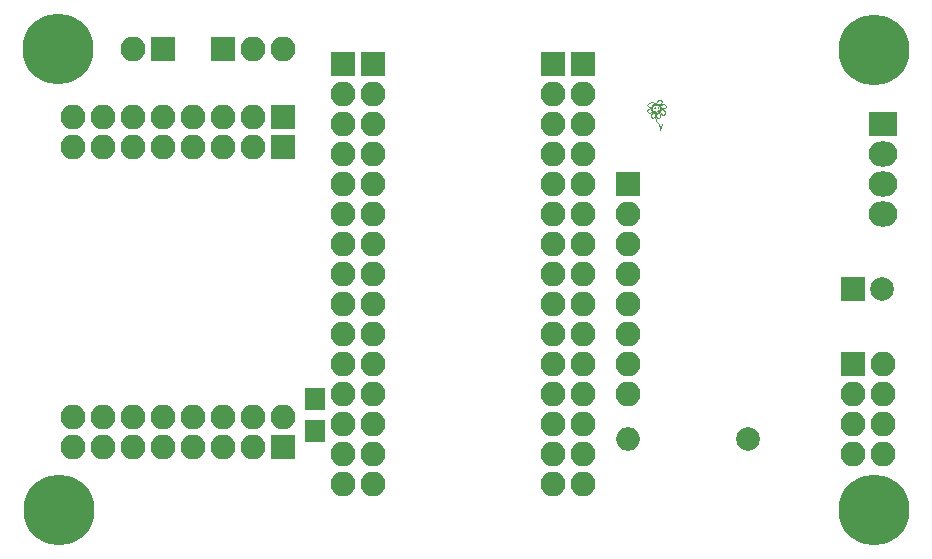
<source format=gts>
G04 #@! TF.FileFunction,Soldermask,Top*
%FSLAX46Y46*%
G04 Gerber Fmt 4.6, Leading zero omitted, Abs format (unit mm)*
G04 Created by KiCad (PCBNEW 4.0.7-e2-6376~58~ubuntu16.04.1) date Wed Dec 27 17:52:43 2017*
%MOMM*%
%LPD*%
G01*
G04 APERTURE LIST*
%ADD10C,0.100000*%
%ADD11C,0.101600*%
%ADD12C,0.076200*%
%ADD13C,0.150000*%
%ADD14C,0.127000*%
%ADD15R,2.100000X2.100000*%
%ADD16O,2.100000X2.100000*%
%ADD17C,6.000000*%
%ADD18C,2.000000*%
%ADD19O,2.000000X2.000000*%
%ADD20R,2.000000X2.000000*%
%ADD21R,2.432000X2.127200*%
%ADD22O,2.432000X2.127200*%
%ADD23R,1.700000X1.900000*%
G04 APERTURE END LIST*
D10*
D11*
X153860000Y-114820000D02*
X154020000Y-114300000D01*
X153900000Y-114600000D02*
X153860000Y-114820000D01*
X153780000Y-114320000D02*
X153900000Y-114600000D01*
X153560000Y-114020000D02*
X153780000Y-114320000D01*
X153470000Y-113590000D02*
X153560000Y-114020000D01*
X153840000Y-113600000D02*
X153840000Y-113430000D01*
X153860000Y-113700000D02*
X153840000Y-113600000D01*
X153810000Y-113790000D02*
X153860000Y-113700000D01*
X153690000Y-113820000D02*
X153810000Y-113790000D01*
X153570000Y-113690000D02*
X153690000Y-113820000D01*
X153500000Y-113500000D02*
X153570000Y-113690000D01*
X154020000Y-113500000D02*
X153930000Y-113370000D01*
X154150000Y-113530000D02*
X154020000Y-113500000D01*
X154260000Y-113490000D02*
X154150000Y-113530000D01*
X154300000Y-113390000D02*
X154260000Y-113490000D01*
X154300000Y-113250000D02*
X154300000Y-113390000D01*
X154200000Y-113110000D02*
X154300000Y-113250000D01*
X154020000Y-113000000D02*
X154200000Y-113110000D01*
X154120000Y-112970000D02*
X154020000Y-112970000D01*
X154270000Y-112960000D02*
X154120000Y-112970000D01*
X154370000Y-112890000D02*
X154270000Y-112960000D01*
X154350000Y-112740000D02*
X154370000Y-112890000D01*
X154240000Y-112640000D02*
X154350000Y-112740000D01*
X153870000Y-112650000D02*
X154240000Y-112640000D01*
X153990000Y-112520000D02*
X153900000Y-112660000D01*
X154010000Y-112410000D02*
X153990000Y-112520000D01*
X153960000Y-112300000D02*
X154010000Y-112410000D01*
X153790000Y-112270000D02*
X153960000Y-112300000D01*
X153630000Y-112330000D02*
X153790000Y-112270000D01*
X153540000Y-112600000D02*
X153630000Y-112330000D01*
X153440000Y-113510000D02*
X153430000Y-113480000D01*
X153470000Y-113490000D02*
X153440000Y-113510000D01*
X153450000Y-113510000D02*
X153470000Y-113490000D01*
X153430000Y-113620000D02*
X153450000Y-113510000D01*
X153370000Y-113730000D02*
X153430000Y-113620000D01*
X153250000Y-113770000D02*
X153370000Y-113730000D01*
X153140000Y-113730000D02*
X153250000Y-113770000D01*
X153130000Y-113540000D02*
X153140000Y-113730000D01*
X153210000Y-113340000D02*
X153130000Y-113540000D01*
X152940000Y-113380000D02*
X153190000Y-113320000D01*
X152820000Y-113300000D02*
X152940000Y-113380000D01*
X152780000Y-113170000D02*
X152820000Y-113300000D01*
X152870000Y-113020000D02*
X152780000Y-113170000D01*
X153140000Y-112970000D02*
X152870000Y-113020000D01*
X152920000Y-112850000D02*
X153130000Y-112900000D01*
X152810000Y-112680000D02*
X152920000Y-112850000D01*
X152920000Y-112490000D02*
X152810000Y-112680000D01*
X153200000Y-112420000D02*
X152920000Y-112490000D01*
X153470000Y-112560000D02*
X153200000Y-112420000D01*
D12*
X153640000Y-113230000D02*
X153760000Y-113140000D01*
X153510000Y-113240000D02*
X153640000Y-113230000D01*
X153390000Y-113170000D02*
X153510000Y-113240000D01*
D13*
X153471623Y-112950000D02*
G75*
G03X153471623Y-112950000I-31623J0D01*
G01*
D14*
X153990000Y-113030000D02*
G75*
G03X153990000Y-113030000I-410000J0D01*
G01*
D13*
X153751623Y-112950000D02*
G75*
G03X153751623Y-112950000I-31623J0D01*
G01*
D15*
X151130000Y-119380000D03*
D16*
X151130000Y-121920000D03*
X151130000Y-124460000D03*
X151130000Y-127000000D03*
X151130000Y-129540000D03*
X151130000Y-132080000D03*
X151130000Y-134620000D03*
X151130000Y-137160000D03*
D17*
X102870000Y-107950000D03*
D15*
X111760000Y-107950000D03*
D16*
X109220000Y-107950000D03*
D15*
X121920000Y-116205000D03*
D16*
X121920000Y-139065000D03*
X119380000Y-139065000D03*
X119380000Y-116205000D03*
X116840000Y-139065000D03*
X116840000Y-116205000D03*
X114300000Y-139065000D03*
X114300000Y-116205000D03*
X111760000Y-139065000D03*
X111760000Y-116205000D03*
X109220000Y-139065000D03*
X109220000Y-116205000D03*
X106680000Y-139065000D03*
X106680000Y-116205000D03*
X104140000Y-139065000D03*
X104140000Y-116205000D03*
D15*
X170180000Y-134620000D03*
D16*
X172720000Y-134620000D03*
X170180000Y-137160000D03*
X172720000Y-137160000D03*
X170180000Y-139700000D03*
X172720000Y-139700000D03*
X170180000Y-142240000D03*
X172720000Y-142240000D03*
D17*
X172000000Y-147000000D03*
X103000000Y-147000000D03*
X172000000Y-108000000D03*
D18*
X161290000Y-140970000D03*
D19*
X151130000Y-140970000D03*
D20*
X170180000Y-128270000D03*
D18*
X172680000Y-128270000D03*
D21*
X172720000Y-114300000D03*
D22*
X172720000Y-116840000D03*
X172720000Y-119380000D03*
X172720000Y-121920000D03*
D15*
X129540000Y-109220000D03*
D16*
X129540000Y-111760000D03*
X129540000Y-114300000D03*
X129540000Y-116840000D03*
X129540000Y-119380000D03*
X129540000Y-121920000D03*
X129540000Y-124460000D03*
X129540000Y-127000000D03*
X129540000Y-129540000D03*
X129540000Y-132080000D03*
X129540000Y-134620000D03*
X129540000Y-137160000D03*
X129540000Y-139700000D03*
X129540000Y-142240000D03*
X129540000Y-144780000D03*
D15*
X144780000Y-109220000D03*
D16*
X144780000Y-111760000D03*
X144780000Y-114300000D03*
X144780000Y-116840000D03*
X144780000Y-119380000D03*
X144780000Y-121920000D03*
X144780000Y-124460000D03*
X144780000Y-127000000D03*
X144780000Y-129540000D03*
X144780000Y-132080000D03*
X144780000Y-134620000D03*
X144780000Y-137160000D03*
X144780000Y-139700000D03*
X144780000Y-142240000D03*
X144780000Y-144780000D03*
D15*
X121920000Y-113665000D03*
D16*
X119380000Y-113665000D03*
X116840000Y-113665000D03*
X114300000Y-113665000D03*
X111760000Y-113665000D03*
X109220000Y-113665000D03*
X106680000Y-113665000D03*
X104140000Y-113665000D03*
D15*
X116840000Y-107950000D03*
D16*
X119380000Y-107950000D03*
X121920000Y-107950000D03*
D15*
X121920000Y-141605000D03*
D16*
X119380000Y-141605000D03*
X116840000Y-141605000D03*
X114300000Y-141605000D03*
X111760000Y-141605000D03*
X109220000Y-141605000D03*
X106680000Y-141605000D03*
X104140000Y-141605000D03*
D15*
X127000000Y-109220000D03*
D16*
X127000000Y-111760000D03*
X127000000Y-114300000D03*
X127000000Y-116840000D03*
X127000000Y-119380000D03*
X127000000Y-121920000D03*
X127000000Y-124460000D03*
X127000000Y-127000000D03*
X127000000Y-129540000D03*
X127000000Y-132080000D03*
X127000000Y-134620000D03*
X127000000Y-137160000D03*
X127000000Y-139700000D03*
X127000000Y-142240000D03*
X127000000Y-144780000D03*
D15*
X147320000Y-109220000D03*
D16*
X147320000Y-111760000D03*
X147320000Y-114300000D03*
X147320000Y-116840000D03*
X147320000Y-119380000D03*
X147320000Y-121920000D03*
X147320000Y-124460000D03*
X147320000Y-127000000D03*
X147320000Y-129540000D03*
X147320000Y-132080000D03*
X147320000Y-134620000D03*
X147320000Y-137160000D03*
X147320000Y-139700000D03*
X147320000Y-142240000D03*
X147320000Y-144780000D03*
D23*
X124650000Y-137550000D03*
X124650000Y-140250000D03*
M02*

</source>
